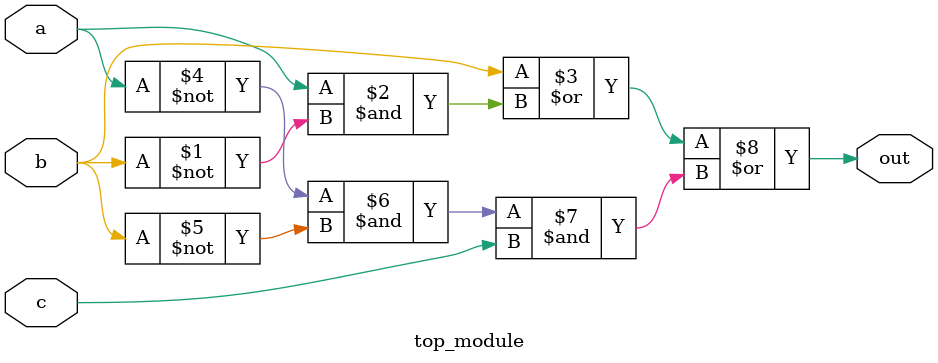
<source format=v>
module top_module(
    input a,
    input b,
    input c,
    output out  ); 
	
    assign out = b | (a & ~b) | (~a & ~b & c);
endmodule

</source>
